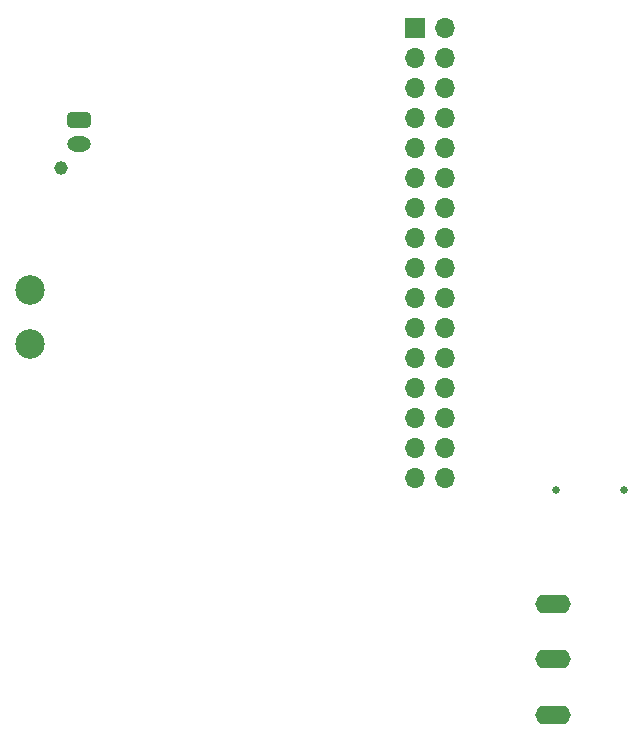
<source format=gbr>
%TF.GenerationSoftware,KiCad,Pcbnew,9.0.0*%
%TF.CreationDate,2025-03-28T07:13:48+02:00*%
%TF.ProjectId,PCB,5043422e-6b69-4636-9164-5f7063625858,rev?*%
%TF.SameCoordinates,Original*%
%TF.FileFunction,Soldermask,Bot*%
%TF.FilePolarity,Negative*%
%FSLAX46Y46*%
G04 Gerber Fmt 4.6, Leading zero omitted, Abs format (unit mm)*
G04 Created by KiCad (PCBNEW 9.0.0) date 2025-03-28 07:13:48*
%MOMM*%
%LPD*%
G01*
G04 APERTURE LIST*
G04 Aperture macros list*
%AMRoundRect*
0 Rectangle with rounded corners*
0 $1 Rounding radius*
0 $2 $3 $4 $5 $6 $7 $8 $9 X,Y pos of 4 corners*
0 Add a 4 corners polygon primitive as box body*
4,1,4,$2,$3,$4,$5,$6,$7,$8,$9,$2,$3,0*
0 Add four circle primitives for the rounded corners*
1,1,$1+$1,$2,$3*
1,1,$1+$1,$4,$5*
1,1,$1+$1,$6,$7*
1,1,$1+$1,$8,$9*
0 Add four rect primitives between the rounded corners*
20,1,$1+$1,$2,$3,$4,$5,0*
20,1,$1+$1,$4,$5,$6,$7,0*
20,1,$1+$1,$6,$7,$8,$9,0*
20,1,$1+$1,$8,$9,$2,$3,0*%
G04 Aperture macros list end*
%ADD10C,2.500000*%
%ADD11O,3.000000X1.600000*%
%ADD12C,0.650000*%
%ADD13R,1.700000X1.700000*%
%ADD14O,1.700000X1.700000*%
%ADD15C,1.150000*%
%ADD16RoundRect,0.250000X-0.750000X-0.400000X0.750000X-0.400000X0.750000X0.400000X-0.750000X0.400000X0*%
%ADD17O,2.000000X1.300000*%
G04 APERTURE END LIST*
D10*
%TO.C,TP38*%
X205337500Y-111970000D03*
%TD*%
%TO.C,TP37*%
X205337500Y-107420000D03*
%TD*%
D11*
%TO.C,SW1*%
X249619500Y-143352000D03*
X249619500Y-138652000D03*
X249619500Y-133952000D03*
%TD*%
D12*
%TO.C,J4*%
X249877500Y-124315000D03*
X255657500Y-124315000D03*
%TD*%
D13*
%TO.C,J3*%
X237960000Y-85180000D03*
D14*
X240500000Y-85180000D03*
X237960000Y-87720000D03*
X240500000Y-87720000D03*
X237960000Y-90260000D03*
X240500000Y-90260000D03*
X237960000Y-92800000D03*
X240500000Y-92800000D03*
X237960000Y-95340000D03*
X240500000Y-95340000D03*
X237960000Y-97880000D03*
X240500000Y-97880000D03*
X237960000Y-100420000D03*
X240500000Y-100420000D03*
X237960000Y-102960000D03*
X240500000Y-102960000D03*
X237960000Y-105500000D03*
X240500000Y-105500000D03*
X237960000Y-108040000D03*
X240500000Y-108040000D03*
X237960000Y-110580000D03*
X240500000Y-110580000D03*
X237960000Y-113120000D03*
X240500000Y-113120000D03*
X237960000Y-115660000D03*
X240500000Y-115660000D03*
X237960000Y-118200000D03*
X240500000Y-118200000D03*
X237960000Y-120740000D03*
X240500000Y-120740000D03*
X237960000Y-123280000D03*
X240500000Y-123280000D03*
%TD*%
D15*
%TO.C,J1*%
X207987500Y-97030000D03*
D16*
X209487500Y-92980000D03*
D17*
X209487500Y-94980000D03*
%TD*%
M02*

</source>
